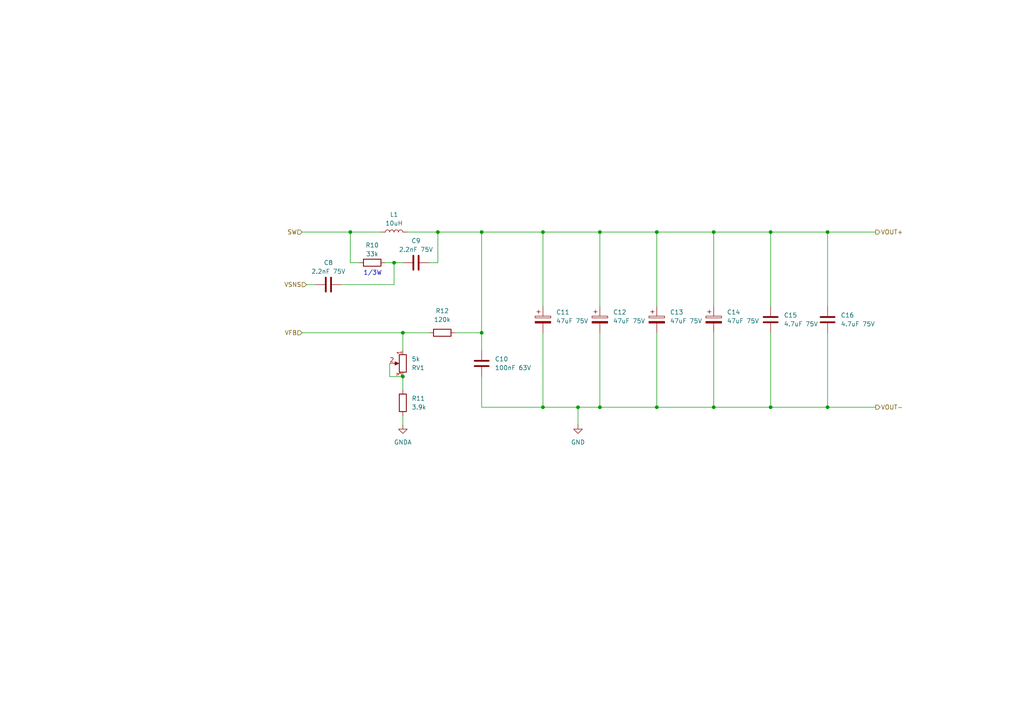
<source format=kicad_sch>
(kicad_sch (version 20211123) (generator eeschema)
  (paper "A4")
  (lib_symbols
    (symbol "Device:C" (pin_numbers hide) (pin_names (offset 0.254))
      (property "Reference" "C" (at 0.635 2.54 0))
      (property "Value" "C" (at 0.635 -2.54 0))
      (symbol "C_0_1"
        (polyline (pts (xy -2.032 -0.762) (xy 2.032 -0.762)) (stroke (width 0.508)))
        (polyline (pts (xy -2.032 0.762) (xy 2.032 0.762)) (stroke (width 0.508)))
      )
      (symbol "C_1_1"
        (pin passive line (at 0 3.81 270) (length 2.794) (name "~") (number "1"))
        (pin passive line (at 0 -3.81 90) (length 2.794) (name "~") (number "2"))
      )
    )
    (symbol "Device:C_Polarized" (pin_numbers hide) (pin_names (offset 0.254))
      (property "Reference" "C" (at 0.635 2.54 0))
      (property "Value" "C_Polarized" (at 0.635 -2.54 0))
      (symbol "C_Polarized_0_1"
        (rectangle (start -2.286 0.508) (end 2.286 1.016))
        (polyline (pts (xy -1.778 2.286) (xy -0.762 2.286)))
        (polyline (pts (xy -1.27 2.794) (xy -1.27 1.778)))
        (rectangle (start 2.286 -0.508) (end -2.286 -1.016) (fill (type outline)))
      )
      (symbol "C_Polarized_1_1"
        (pin passive line (at 0 3.81 270) (length 2.794) (name "~") (number "1"))
        (pin passive line (at 0 -3.81 90) (length 2.794) (name "~") (number "2"))
      )
    )
    (symbol "Device:L" (pin_numbers hide) (pin_names (offset 1.016) hide)
      (property "Reference" "L" (at -1.27 0 90))
      (property "Value" "L" (at 1.905 0 90))
      (symbol "L_0_1"
        (arc (start 0 -2.54) (mid 0.635 -1.905) (end 0 -1.27))
        (arc (start 0 -1.27) (mid 0.635 -0.635) (end 0 0))
        (arc (start 0 0) (mid 0.635 0.635) (end 0 1.27))
        (arc (start 0 1.27) (mid 0.635 1.905) (end 0 2.54))
      )
      (symbol "L_1_1"
        (pin passive line (at 0 3.81 270) (length 1.27) (name "1") (number "1"))
        (pin passive line (at 0 -3.81 90) (length 1.27) (name "2") (number "2"))
      )
    )
    (symbol "Device:R" (pin_numbers hide) (pin_names (offset 0))
      (property "Reference" "R" (at 2.032 0 90))
      (property "Value" "R" (at 0 0 90))
      (symbol "R_0_1"
        (rectangle (start -1.016 -2.54) (end 1.016 2.54) (stroke (width 0.254)))
      )
      (symbol "R_1_1"
        (pin passive line (at 0 3.81 270) (length 1.27) (name "~") (number "1"))
        (pin passive line (at 0 -3.81 90) (length 1.27) (name "~") (number "2"))
      )
    )
    (symbol "Device:R_Potentiometer" (pin_names (offset 1.016) hide)
      (property "Reference" "RV" (at -4.445 0 90))
      (property "Value" "R_Potentiometer" (at -2.54 0 90))
      (symbol "R_Potentiometer_0_1"
        (polyline (pts (xy 2.54 0) (xy 1.524 0)))
        (polyline (pts (xy 1.143 0) (xy 2.286 0.508) (xy 2.286 -0.508) (xy 1.143 0)) (fill (type outline)))
        (rectangle (start 1.016 2.54) (end -1.016 -2.54) (stroke (width 0.254)))
      )
      (symbol "R_Potentiometer_1_1"
        (pin passive line (at 0 3.81 270) (length 1.27) (name "1") (number "1"))
        (pin passive line (at 3.81 0 180) (length 1.27) (name "2") (number "2"))
        (pin passive line (at 0 -3.81 90) (length 1.27) (name "3") (number "3"))
      )
    )
    (symbol "power:GND" (power) (pin_names (offset 0))
      (property "Value" "GND" (at 0 -3.81 0))
      (symbol "GND_0_1"
        (polyline (pts (xy 0 0) (xy 0 -1.27) (xy 1.27 -1.27) (xy 0 -2.54) (xy -1.27 -1.27) (xy 0 -1.27)))
      )
      (symbol "GND_1_1"
        (pin power_in line (at 0 0 270) (length 0) hide (name "GND") (number "1"))
      )
    )
    (symbol "power:GNDA" (power) (pin_names (offset 0))
      (property "Value" "GNDA" (at 0 -3.81 0))
      (symbol "GNDA_0_1"
        (polyline (pts (xy 0 0) (xy 0 -1.27) (xy 1.27 -1.27) (xy 0 -2.54) (xy -1.27 -1.27) (xy 0 -1.27)))
      )
      (symbol "GNDA_1_1"
        (pin power_in line (at 0 0 270) (length 0) hide (name "GNDA") (number "1"))
      )
    )
  )
  (junction (at 116.84 96.52))
  (junction (at 167.64 118.11))
  (junction (at 127 67.31))
  (junction (at 101.6 67.31))
  (junction (at 240.03 67.31))
  (junction (at 139.7 96.52))
  (junction (at 157.48 67.31))
  (junction (at 207.01 118.11))
  (junction (at 190.5 67.31))
  (junction (at 240.03 118.11))
  (junction (at 114.3 76.2))
  (junction (at 173.99 67.31))
  (junction (at 223.52 118.11))
  (junction (at 190.5 118.11))
  (junction (at 139.7 67.31))
  (junction (at 157.48 118.11))
  (junction (at 116.84 109.22))
  (junction (at 207.01 67.31))
  (junction (at 223.52 67.31))
  (junction (at 173.99 118.11))
  (wire (pts (xy 88.9 82.55) (xy 91.44 82.55)))
  (wire (pts (xy 113.03 109.22) (xy 113.03 105.41)))
  (wire (pts (xy 240.03 96.52) (xy 240.03 118.11)))
  (wire (pts (xy 101.6 67.31) (xy 101.6 76.2)))
  (wire (pts (xy 116.84 120.65) (xy 116.84 123.19)))
  (wire (pts (xy 157.48 67.31) (xy 173.99 67.31)))
  (wire (pts (xy 116.84 109.22) (xy 116.84 113.03)))
  (wire (pts (xy 190.5 96.52) (xy 190.5 118.11)))
  (wire (pts (xy 223.52 118.11) (xy 240.03 118.11)))
  (wire (pts (xy 101.6 76.2) (xy 104.14 76.2)))
  (wire (pts (xy 116.84 96.52) (xy 116.84 101.6)))
  (wire (pts (xy 114.3 76.2) (xy 116.84 76.2)))
  (wire (pts (xy 157.48 96.52) (xy 157.48 118.11)))
  (wire (pts (xy 173.99 118.11) (xy 190.5 118.11)))
  (wire (pts (xy 207.01 96.52) (xy 207.01 118.11)))
  (wire (pts (xy 167.64 118.11) (xy 173.99 118.11)))
  (wire (pts (xy 124.46 76.2) (xy 127 76.2)))
  (wire (pts (xy 223.52 96.52) (xy 223.52 118.11)))
  (wire (pts (xy 116.84 109.22) (xy 113.03 109.22)))
  (wire (pts (xy 157.48 67.31) (xy 157.48 88.9)))
  (wire (pts (xy 139.7 67.31) (xy 139.7 96.52)))
  (wire (pts (xy 190.5 67.31) (xy 190.5 88.9)))
  (wire (pts (xy 173.99 67.31) (xy 173.99 88.9)))
  (wire (pts (xy 240.03 67.31) (xy 254 67.31)))
  (wire (pts (xy 101.6 67.31) (xy 110.49 67.31)))
  (wire (pts (xy 139.7 118.11) (xy 157.48 118.11)))
  (wire (pts (xy 190.5 67.31) (xy 207.01 67.31)))
  (wire (pts (xy 139.7 96.52) (xy 139.7 101.6)))
  (wire (pts (xy 167.64 118.11) (xy 167.64 123.19)))
  (wire (pts (xy 223.52 67.31) (xy 223.52 88.9)))
  (wire (pts (xy 240.03 67.31) (xy 240.03 88.9)))
  (wire (pts (xy 99.06 82.55) (xy 114.3 82.55)))
  (wire (pts (xy 207.01 118.11) (xy 223.52 118.11)))
  (wire (pts (xy 173.99 96.52) (xy 173.99 118.11)))
  (wire (pts (xy 127 67.31) (xy 127 76.2)))
  (wire (pts (xy 207.01 67.31) (xy 223.52 67.31)))
  (wire (pts (xy 114.3 82.55) (xy 114.3 76.2)))
  (wire (pts (xy 207.01 67.31) (xy 207.01 88.9)))
  (wire (pts (xy 87.63 67.31) (xy 101.6 67.31)))
  (wire (pts (xy 116.84 96.52) (xy 124.46 96.52)))
  (wire (pts (xy 173.99 67.31) (xy 190.5 67.31)))
  (wire (pts (xy 223.52 67.31) (xy 240.03 67.31)))
  (wire (pts (xy 111.76 76.2) (xy 114.3 76.2)))
  (wire (pts (xy 87.63 96.52) (xy 116.84 96.52)))
  (wire (pts (xy 139.7 109.22) (xy 139.7 118.11)))
  (wire (pts (xy 127 67.31) (xy 139.7 67.31)))
  (wire (pts (xy 190.5 118.11) (xy 207.01 118.11)))
  (wire (pts (xy 139.7 67.31) (xy 157.48 67.31)))
  (wire (pts (xy 157.48 118.11) (xy 167.64 118.11)))
  (wire (pts (xy 132.08 96.52) (xy 139.7 96.52)))
  (wire (pts (xy 240.03 118.11) (xy 254 118.11)))
  (wire (pts (xy 118.11 67.31) (xy 127 67.31)))
  (text "1/3W" (at 105.41 80.01 0) (effects (font (size 1.27 1.27)) (justify left bottom)))
  (hierarchical_label "SW" (shape input) (at 87.63 67.31 180))
  (hierarchical_label "VOUT+" (shape output) (at 254 67.31 0))
  (hierarchical_label "VSNS" (shape input) (at 88.9 82.55 180))
  (hierarchical_label "VFB" (shape input) (at 87.63 96.52 180))
  (hierarchical_label "VOUT-" (shape output) (at 254 118.11 0))
  (symbol (lib_id "Device:C_Polarized") (at 190.5 92.71 0) (unit 1)
    (property "Reference" "C13" (at 194.31 90.5509 0) (effects (justify left)))
    (property "Value" "47uF 75V" (at 194.31 93.0909 0) (effects (justify left)))
    (property "Footprint" "Capacitor_THT:CP_Radial_D8.0mm_P3.50mm" (effects hide))
  )
  (symbol (lib_id "Device:C_Polarized") (at 173.99 92.71 0) (unit 1)
    (property "Reference" "C12" (at 177.8 90.5509 0) (effects (justify left)))
    (property "Value" "47uF 75V" (at 177.8 93.0909 0) (effects (justify left)))
    (property "Footprint" "Capacitor_THT:CP_Radial_D8.0mm_P3.50mm" (effects hide))
  )
  (symbol (lib_id "Device:R") (at 116.84 116.84 180) (unit 1)
    (property "Reference" "R11" (at 119.38 115.5699 0) (effects (justify right)))
    (property "Value" "3.9k" (at 119.38 118.1099 0) (effects (justify right)))
    (property "Footprint" "Resistor_SMD:R_0603_1608Metric" (effects hide))
  )
  (symbol (lib_id "Device:C") (at 95.25 82.55 90) (unit 1)
    (property "Reference" "C8" (at 95.25 76.2 90))
    (property "Value" "2.2nF 75V" (at 95.25 78.74 90))
    (property "Footprint" "Capacitor_SMD:C_0402_1005Metric" (effects hide))
  )
  (symbol (lib_id "Device:R") (at 128.27 96.52 90) (unit 1)
    (property "Reference" "R12" (at 128.27 90.17 90))
    (property "Value" "120k" (at 128.27 92.71 90))
    (property "Footprint" "Resistor_SMD:R_0603_1608Metric" (effects hide))
  )
  (symbol (lib_id "power:GNDA") (at 116.84 123.19 0) (unit 1)
    (property "Reference" "#PWR014" (effects hide))
    (property "Value" "GNDA" (at 116.84 128.27 0))
  )
  (symbol (lib_id "power:GND") (at 167.64 123.19 0) (unit 1)
    (property "Reference" "#PWR015" (effects hide))
    (property "Value" "GND" (at 167.64 128.27 0))
  )
  (symbol (lib_id "Device:C") (at 139.7 105.41 0) (unit 1)
    (property "Reference" "C10" (at 143.51 104.1399 0) (effects (justify left)))
    (property "Value" "100nF 63V" (at 143.51 106.6799 0) (effects (justify left)))
    (property "Footprint" "Capacitor_SMD:C_0603_1608Metric" (effects hide))
  )
  (symbol (lib_id "Device:R_Potentiometer") (at 116.84 105.41 0) (mirror y) (unit 1)
    (property "Reference" "RV1" (at 119.38 106.68 0) (effects (justify right)))
    (property "Value" "5k" (at 119.38 104.14 0) (effects (justify right)))
    (property "Footprint" "Potentiometer_SMD:Potentiometer_Bourns_TC33X_Vertical" (effects hide))
  )
  (symbol (lib_id "Device:R") (at 107.95 76.2 90) (unit 1)
    (property "Reference" "R10" (at 107.95 71.12 90))
    (property "Value" "33k" (at 107.95 73.66 90))
    (property "Footprint" "Resistor_SMD:R_1210_3225Metric" (effects hide))
  )
  (symbol (lib_id "Device:C_Polarized") (at 157.48 92.71 0) (unit 1)
    (property "Reference" "C11" (at 161.29 90.5509 0) (effects (justify left)))
    (property "Value" "47uF 75V" (at 161.29 93.0909 0) (effects (justify left)))
    (property "Footprint" "Capacitor_THT:CP_Radial_D8.0mm_P3.50mm" (effects hide))
  )
  (symbol (lib_id "Device:C") (at 223.52 92.71 0) (unit 1)
    (property "Reference" "C15" (at 227.33 91.4399 0) (effects (justify left)))
    (property "Value" "4.7uF 75V" (at 227.33 93.9799 0) (effects (justify left)))
    (property "Footprint" "Capacitor_SMD:C_1210_3225Metric" (effects hide))
  )
  (symbol (lib_id "Device:C") (at 240.03 92.71 0) (unit 1)
    (property "Reference" "C16" (at 243.84 91.4399 0) (effects (justify left)))
    (property "Value" "4.7uF 75V" (at 243.84 93.9799 0) (effects (justify left)))
    (property "Footprint" "Capacitor_SMD:C_1210_3225Metric" (effects hide))
  )
  (symbol (lib_id "Device:C_Polarized") (at 207.01 92.71 0) (unit 1)
    (property "Reference" "C14" (at 210.82 90.5509 0) (effects (justify left)))
    (property "Value" "47uF 75V" (at 210.82 93.0909 0) (effects (justify left)))
    (property "Footprint" "Capacitor_THT:CP_Radial_D8.0mm_P3.50mm" (effects hide))
  )
  (symbol (lib_id "Device:L") (at 114.3 67.31 90) (unit 1)
    (property "Reference" "L1" (at 114.3 62.23 90))
    (property "Value" "10uH" (at 114.3 64.77 90))
    (property "Footprint" "Inductor_THT:L_Radial_D12.0mm_P5.00mm_Neosid_SD12_style2" (effects hide))
  )
  (symbol (lib_id "Device:C") (at 120.65 76.2 270) (unit 1)
    (property "Reference" "C9" (at 120.65 69.85 90))
    (property "Value" "2.2nF 75V" (at 120.65 72.39 90))
    (property "Footprint" "Capacitor_SMD:C_0603_1608Metric" (effects hide))
  )
)
</source>
